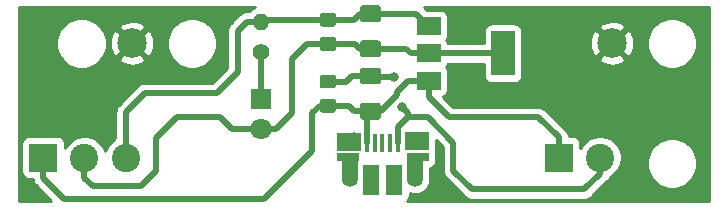
<source format=gbr>
G04 #@! TF.GenerationSoftware,KiCad,Pcbnew,5.1.5-52549c5~86~ubuntu18.04.1*
G04 #@! TF.CreationDate,2020-09-17T16:53:29-05:00*
G04 #@! TF.ProjectId,D02,4430322e-6b69-4636-9164-5f7063625858,rev?*
G04 #@! TF.SameCoordinates,Original*
G04 #@! TF.FileFunction,Copper,L1,Top*
G04 #@! TF.FilePolarity,Positive*
%FSLAX46Y46*%
G04 Gerber Fmt 4.6, Leading zero omitted, Abs format (unit mm)*
G04 Created by KiCad (PCBNEW 5.1.5-52549c5~86~ubuntu18.04.1) date 2020-09-17 16:53:29*
%MOMM*%
%LPD*%
G04 APERTURE LIST*
%ADD10R,2.000000X1.500000*%
%ADD11R,2.000000X3.800000*%
%ADD12O,1.400000X1.400000*%
%ADD13C,1.400000*%
%ADD14C,2.400000*%
%ADD15R,2.400000X2.400000*%
%ADD16C,1.800000*%
%ADD17R,1.800000X1.800000*%
%ADD18C,0.100000*%
%ADD19R,1.430000X2.500000*%
%ADD20O,1.350000X1.700000*%
%ADD21O,1.100000X1.500000*%
%ADD22R,0.400000X1.650000*%
%ADD23R,1.825000X0.700000*%
%ADD24R,1.350000X2.000000*%
%ADD25C,2.499360*%
%ADD26C,0.800000*%
%ADD27C,0.500000*%
%ADD28C,0.254000*%
G04 APERTURE END LIST*
D10*
X55397000Y-22363400D03*
X55397000Y-26963400D03*
X55397000Y-24663400D03*
D11*
X61697000Y-24663400D03*
D12*
X41173400Y-21960000D03*
D13*
X41173400Y-24500000D03*
D14*
X29758400Y-33477200D03*
X26258400Y-33477200D03*
D15*
X22758400Y-33477200D03*
D14*
X69895600Y-33477200D03*
D15*
X66395600Y-33477200D03*
D16*
X41173400Y-31040000D03*
D17*
X41173400Y-28500000D03*
G04 #@! TA.AperFunction,SMDPad,CuDef*
D18*
G36*
X47337505Y-21235804D02*
G01*
X47361773Y-21239404D01*
X47385572Y-21245365D01*
X47408671Y-21253630D01*
X47430850Y-21264120D01*
X47451893Y-21276732D01*
X47471599Y-21291347D01*
X47489777Y-21307823D01*
X47506253Y-21326001D01*
X47520868Y-21345707D01*
X47533480Y-21366750D01*
X47543970Y-21388929D01*
X47552235Y-21412028D01*
X47558196Y-21435827D01*
X47561796Y-21460095D01*
X47563000Y-21484599D01*
X47563000Y-22134601D01*
X47561796Y-22159105D01*
X47558196Y-22183373D01*
X47552235Y-22207172D01*
X47543970Y-22230271D01*
X47533480Y-22252450D01*
X47520868Y-22273493D01*
X47506253Y-22293199D01*
X47489777Y-22311377D01*
X47471599Y-22327853D01*
X47451893Y-22342468D01*
X47430850Y-22355080D01*
X47408671Y-22365570D01*
X47385572Y-22373835D01*
X47361773Y-22379796D01*
X47337505Y-22383396D01*
X47313001Y-22384600D01*
X46412999Y-22384600D01*
X46388495Y-22383396D01*
X46364227Y-22379796D01*
X46340428Y-22373835D01*
X46317329Y-22365570D01*
X46295150Y-22355080D01*
X46274107Y-22342468D01*
X46254401Y-22327853D01*
X46236223Y-22311377D01*
X46219747Y-22293199D01*
X46205132Y-22273493D01*
X46192520Y-22252450D01*
X46182030Y-22230271D01*
X46173765Y-22207172D01*
X46167804Y-22183373D01*
X46164204Y-22159105D01*
X46163000Y-22134601D01*
X46163000Y-21484599D01*
X46164204Y-21460095D01*
X46167804Y-21435827D01*
X46173765Y-21412028D01*
X46182030Y-21388929D01*
X46192520Y-21366750D01*
X46205132Y-21345707D01*
X46219747Y-21326001D01*
X46236223Y-21307823D01*
X46254401Y-21291347D01*
X46274107Y-21276732D01*
X46295150Y-21264120D01*
X46317329Y-21253630D01*
X46340428Y-21245365D01*
X46364227Y-21239404D01*
X46388495Y-21235804D01*
X46412999Y-21234600D01*
X47313001Y-21234600D01*
X47337505Y-21235804D01*
G37*
G04 #@! TD.AperFunction*
G04 #@! TA.AperFunction,SMDPad,CuDef*
G36*
X47337505Y-23285804D02*
G01*
X47361773Y-23289404D01*
X47385572Y-23295365D01*
X47408671Y-23303630D01*
X47430850Y-23314120D01*
X47451893Y-23326732D01*
X47471599Y-23341347D01*
X47489777Y-23357823D01*
X47506253Y-23376001D01*
X47520868Y-23395707D01*
X47533480Y-23416750D01*
X47543970Y-23438929D01*
X47552235Y-23462028D01*
X47558196Y-23485827D01*
X47561796Y-23510095D01*
X47563000Y-23534599D01*
X47563000Y-24184601D01*
X47561796Y-24209105D01*
X47558196Y-24233373D01*
X47552235Y-24257172D01*
X47543970Y-24280271D01*
X47533480Y-24302450D01*
X47520868Y-24323493D01*
X47506253Y-24343199D01*
X47489777Y-24361377D01*
X47471599Y-24377853D01*
X47451893Y-24392468D01*
X47430850Y-24405080D01*
X47408671Y-24415570D01*
X47385572Y-24423835D01*
X47361773Y-24429796D01*
X47337505Y-24433396D01*
X47313001Y-24434600D01*
X46412999Y-24434600D01*
X46388495Y-24433396D01*
X46364227Y-24429796D01*
X46340428Y-24423835D01*
X46317329Y-24415570D01*
X46295150Y-24405080D01*
X46274107Y-24392468D01*
X46254401Y-24377853D01*
X46236223Y-24361377D01*
X46219747Y-24343199D01*
X46205132Y-24323493D01*
X46192520Y-24302450D01*
X46182030Y-24280271D01*
X46173765Y-24257172D01*
X46167804Y-24233373D01*
X46164204Y-24209105D01*
X46163000Y-24184601D01*
X46163000Y-23534599D01*
X46164204Y-23510095D01*
X46167804Y-23485827D01*
X46173765Y-23462028D01*
X46182030Y-23438929D01*
X46192520Y-23416750D01*
X46205132Y-23395707D01*
X46219747Y-23376001D01*
X46236223Y-23357823D01*
X46254401Y-23341347D01*
X46274107Y-23326732D01*
X46295150Y-23314120D01*
X46317329Y-23303630D01*
X46340428Y-23295365D01*
X46364227Y-23289404D01*
X46388495Y-23285804D01*
X46412999Y-23284600D01*
X47313001Y-23284600D01*
X47337505Y-23285804D01*
G37*
G04 #@! TD.AperFunction*
G04 #@! TA.AperFunction,SMDPad,CuDef*
G36*
X51119304Y-20585004D02*
G01*
X51143573Y-20588604D01*
X51167371Y-20594565D01*
X51190471Y-20602830D01*
X51212649Y-20613320D01*
X51233693Y-20625933D01*
X51253398Y-20640547D01*
X51271577Y-20657023D01*
X51288053Y-20675202D01*
X51302667Y-20694907D01*
X51315280Y-20715951D01*
X51325770Y-20738129D01*
X51334035Y-20761229D01*
X51339996Y-20785027D01*
X51343596Y-20809296D01*
X51344800Y-20833800D01*
X51344800Y-21758800D01*
X51343596Y-21783304D01*
X51339996Y-21807573D01*
X51334035Y-21831371D01*
X51325770Y-21854471D01*
X51315280Y-21876649D01*
X51302667Y-21897693D01*
X51288053Y-21917398D01*
X51271577Y-21935577D01*
X51253398Y-21952053D01*
X51233693Y-21966667D01*
X51212649Y-21979280D01*
X51190471Y-21989770D01*
X51167371Y-21998035D01*
X51143573Y-22003996D01*
X51119304Y-22007596D01*
X51094800Y-22008800D01*
X49844800Y-22008800D01*
X49820296Y-22007596D01*
X49796027Y-22003996D01*
X49772229Y-21998035D01*
X49749129Y-21989770D01*
X49726951Y-21979280D01*
X49705907Y-21966667D01*
X49686202Y-21952053D01*
X49668023Y-21935577D01*
X49651547Y-21917398D01*
X49636933Y-21897693D01*
X49624320Y-21876649D01*
X49613830Y-21854471D01*
X49605565Y-21831371D01*
X49599604Y-21807573D01*
X49596004Y-21783304D01*
X49594800Y-21758800D01*
X49594800Y-20833800D01*
X49596004Y-20809296D01*
X49599604Y-20785027D01*
X49605565Y-20761229D01*
X49613830Y-20738129D01*
X49624320Y-20715951D01*
X49636933Y-20694907D01*
X49651547Y-20675202D01*
X49668023Y-20657023D01*
X49686202Y-20640547D01*
X49705907Y-20625933D01*
X49726951Y-20613320D01*
X49749129Y-20602830D01*
X49772229Y-20594565D01*
X49796027Y-20588604D01*
X49820296Y-20585004D01*
X49844800Y-20583800D01*
X51094800Y-20583800D01*
X51119304Y-20585004D01*
G37*
G04 #@! TD.AperFunction*
G04 #@! TA.AperFunction,SMDPad,CuDef*
G36*
X51119304Y-23560004D02*
G01*
X51143573Y-23563604D01*
X51167371Y-23569565D01*
X51190471Y-23577830D01*
X51212649Y-23588320D01*
X51233693Y-23600933D01*
X51253398Y-23615547D01*
X51271577Y-23632023D01*
X51288053Y-23650202D01*
X51302667Y-23669907D01*
X51315280Y-23690951D01*
X51325770Y-23713129D01*
X51334035Y-23736229D01*
X51339996Y-23760027D01*
X51343596Y-23784296D01*
X51344800Y-23808800D01*
X51344800Y-24733800D01*
X51343596Y-24758304D01*
X51339996Y-24782573D01*
X51334035Y-24806371D01*
X51325770Y-24829471D01*
X51315280Y-24851649D01*
X51302667Y-24872693D01*
X51288053Y-24892398D01*
X51271577Y-24910577D01*
X51253398Y-24927053D01*
X51233693Y-24941667D01*
X51212649Y-24954280D01*
X51190471Y-24964770D01*
X51167371Y-24973035D01*
X51143573Y-24978996D01*
X51119304Y-24982596D01*
X51094800Y-24983800D01*
X49844800Y-24983800D01*
X49820296Y-24982596D01*
X49796027Y-24978996D01*
X49772229Y-24973035D01*
X49749129Y-24964770D01*
X49726951Y-24954280D01*
X49705907Y-24941667D01*
X49686202Y-24927053D01*
X49668023Y-24910577D01*
X49651547Y-24892398D01*
X49636933Y-24872693D01*
X49624320Y-24851649D01*
X49613830Y-24829471D01*
X49605565Y-24806371D01*
X49599604Y-24782573D01*
X49596004Y-24758304D01*
X49594800Y-24733800D01*
X49594800Y-23808800D01*
X49596004Y-23784296D01*
X49599604Y-23760027D01*
X49605565Y-23736229D01*
X49613830Y-23713129D01*
X49624320Y-23690951D01*
X49636933Y-23669907D01*
X49651547Y-23650202D01*
X49668023Y-23632023D01*
X49686202Y-23615547D01*
X49705907Y-23600933D01*
X49726951Y-23588320D01*
X49749129Y-23577830D01*
X49772229Y-23569565D01*
X49796027Y-23563604D01*
X49820296Y-23560004D01*
X49844800Y-23558800D01*
X51094800Y-23558800D01*
X51119304Y-23560004D01*
G37*
G04 #@! TD.AperFunction*
G04 #@! TA.AperFunction,SMDPad,CuDef*
G36*
X51119304Y-25868204D02*
G01*
X51143573Y-25871804D01*
X51167371Y-25877765D01*
X51190471Y-25886030D01*
X51212649Y-25896520D01*
X51233693Y-25909133D01*
X51253398Y-25923747D01*
X51271577Y-25940223D01*
X51288053Y-25958402D01*
X51302667Y-25978107D01*
X51315280Y-25999151D01*
X51325770Y-26021329D01*
X51334035Y-26044429D01*
X51339996Y-26068227D01*
X51343596Y-26092496D01*
X51344800Y-26117000D01*
X51344800Y-27042000D01*
X51343596Y-27066504D01*
X51339996Y-27090773D01*
X51334035Y-27114571D01*
X51325770Y-27137671D01*
X51315280Y-27159849D01*
X51302667Y-27180893D01*
X51288053Y-27200598D01*
X51271577Y-27218777D01*
X51253398Y-27235253D01*
X51233693Y-27249867D01*
X51212649Y-27262480D01*
X51190471Y-27272970D01*
X51167371Y-27281235D01*
X51143573Y-27287196D01*
X51119304Y-27290796D01*
X51094800Y-27292000D01*
X49844800Y-27292000D01*
X49820296Y-27290796D01*
X49796027Y-27287196D01*
X49772229Y-27281235D01*
X49749129Y-27272970D01*
X49726951Y-27262480D01*
X49705907Y-27249867D01*
X49686202Y-27235253D01*
X49668023Y-27218777D01*
X49651547Y-27200598D01*
X49636933Y-27180893D01*
X49624320Y-27159849D01*
X49613830Y-27137671D01*
X49605565Y-27114571D01*
X49599604Y-27090773D01*
X49596004Y-27066504D01*
X49594800Y-27042000D01*
X49594800Y-26117000D01*
X49596004Y-26092496D01*
X49599604Y-26068227D01*
X49605565Y-26044429D01*
X49613830Y-26021329D01*
X49624320Y-25999151D01*
X49636933Y-25978107D01*
X49651547Y-25958402D01*
X49668023Y-25940223D01*
X49686202Y-25923747D01*
X49705907Y-25909133D01*
X49726951Y-25896520D01*
X49749129Y-25886030D01*
X49772229Y-25877765D01*
X49796027Y-25871804D01*
X49820296Y-25868204D01*
X49844800Y-25867000D01*
X51094800Y-25867000D01*
X51119304Y-25868204D01*
G37*
G04 #@! TD.AperFunction*
G04 #@! TA.AperFunction,SMDPad,CuDef*
G36*
X51119304Y-28843204D02*
G01*
X51143573Y-28846804D01*
X51167371Y-28852765D01*
X51190471Y-28861030D01*
X51212649Y-28871520D01*
X51233693Y-28884133D01*
X51253398Y-28898747D01*
X51271577Y-28915223D01*
X51288053Y-28933402D01*
X51302667Y-28953107D01*
X51315280Y-28974151D01*
X51325770Y-28996329D01*
X51334035Y-29019429D01*
X51339996Y-29043227D01*
X51343596Y-29067496D01*
X51344800Y-29092000D01*
X51344800Y-30017000D01*
X51343596Y-30041504D01*
X51339996Y-30065773D01*
X51334035Y-30089571D01*
X51325770Y-30112671D01*
X51315280Y-30134849D01*
X51302667Y-30155893D01*
X51288053Y-30175598D01*
X51271577Y-30193777D01*
X51253398Y-30210253D01*
X51233693Y-30224867D01*
X51212649Y-30237480D01*
X51190471Y-30247970D01*
X51167371Y-30256235D01*
X51143573Y-30262196D01*
X51119304Y-30265796D01*
X51094800Y-30267000D01*
X49844800Y-30267000D01*
X49820296Y-30265796D01*
X49796027Y-30262196D01*
X49772229Y-30256235D01*
X49749129Y-30247970D01*
X49726951Y-30237480D01*
X49705907Y-30224867D01*
X49686202Y-30210253D01*
X49668023Y-30193777D01*
X49651547Y-30175598D01*
X49636933Y-30155893D01*
X49624320Y-30134849D01*
X49613830Y-30112671D01*
X49605565Y-30089571D01*
X49599604Y-30065773D01*
X49596004Y-30041504D01*
X49594800Y-30017000D01*
X49594800Y-29092000D01*
X49596004Y-29067496D01*
X49599604Y-29043227D01*
X49605565Y-29019429D01*
X49613830Y-28996329D01*
X49624320Y-28974151D01*
X49636933Y-28953107D01*
X49651547Y-28933402D01*
X49668023Y-28915223D01*
X49686202Y-28898747D01*
X49705907Y-28884133D01*
X49726951Y-28871520D01*
X49749129Y-28861030D01*
X49772229Y-28852765D01*
X49796027Y-28846804D01*
X49820296Y-28843204D01*
X49844800Y-28842000D01*
X51094800Y-28842000D01*
X51119304Y-28843204D01*
G37*
G04 #@! TD.AperFunction*
G04 #@! TA.AperFunction,SMDPad,CuDef*
G36*
X47337505Y-26468204D02*
G01*
X47361773Y-26471804D01*
X47385572Y-26477765D01*
X47408671Y-26486030D01*
X47430850Y-26496520D01*
X47451893Y-26509132D01*
X47471599Y-26523747D01*
X47489777Y-26540223D01*
X47506253Y-26558401D01*
X47520868Y-26578107D01*
X47533480Y-26599150D01*
X47543970Y-26621329D01*
X47552235Y-26644428D01*
X47558196Y-26668227D01*
X47561796Y-26692495D01*
X47563000Y-26716999D01*
X47563000Y-27367001D01*
X47561796Y-27391505D01*
X47558196Y-27415773D01*
X47552235Y-27439572D01*
X47543970Y-27462671D01*
X47533480Y-27484850D01*
X47520868Y-27505893D01*
X47506253Y-27525599D01*
X47489777Y-27543777D01*
X47471599Y-27560253D01*
X47451893Y-27574868D01*
X47430850Y-27587480D01*
X47408671Y-27597970D01*
X47385572Y-27606235D01*
X47361773Y-27612196D01*
X47337505Y-27615796D01*
X47313001Y-27617000D01*
X46412999Y-27617000D01*
X46388495Y-27615796D01*
X46364227Y-27612196D01*
X46340428Y-27606235D01*
X46317329Y-27597970D01*
X46295150Y-27587480D01*
X46274107Y-27574868D01*
X46254401Y-27560253D01*
X46236223Y-27543777D01*
X46219747Y-27525599D01*
X46205132Y-27505893D01*
X46192520Y-27484850D01*
X46182030Y-27462671D01*
X46173765Y-27439572D01*
X46167804Y-27415773D01*
X46164204Y-27391505D01*
X46163000Y-27367001D01*
X46163000Y-26716999D01*
X46164204Y-26692495D01*
X46167804Y-26668227D01*
X46173765Y-26644428D01*
X46182030Y-26621329D01*
X46192520Y-26599150D01*
X46205132Y-26578107D01*
X46219747Y-26558401D01*
X46236223Y-26540223D01*
X46254401Y-26523747D01*
X46274107Y-26509132D01*
X46295150Y-26496520D01*
X46317329Y-26486030D01*
X46340428Y-26477765D01*
X46364227Y-26471804D01*
X46388495Y-26468204D01*
X46412999Y-26467000D01*
X47313001Y-26467000D01*
X47337505Y-26468204D01*
G37*
G04 #@! TD.AperFunction*
G04 #@! TA.AperFunction,SMDPad,CuDef*
G36*
X47337505Y-28518204D02*
G01*
X47361773Y-28521804D01*
X47385572Y-28527765D01*
X47408671Y-28536030D01*
X47430850Y-28546520D01*
X47451893Y-28559132D01*
X47471599Y-28573747D01*
X47489777Y-28590223D01*
X47506253Y-28608401D01*
X47520868Y-28628107D01*
X47533480Y-28649150D01*
X47543970Y-28671329D01*
X47552235Y-28694428D01*
X47558196Y-28718227D01*
X47561796Y-28742495D01*
X47563000Y-28766999D01*
X47563000Y-29417001D01*
X47561796Y-29441505D01*
X47558196Y-29465773D01*
X47552235Y-29489572D01*
X47543970Y-29512671D01*
X47533480Y-29534850D01*
X47520868Y-29555893D01*
X47506253Y-29575599D01*
X47489777Y-29593777D01*
X47471599Y-29610253D01*
X47451893Y-29624868D01*
X47430850Y-29637480D01*
X47408671Y-29647970D01*
X47385572Y-29656235D01*
X47361773Y-29662196D01*
X47337505Y-29665796D01*
X47313001Y-29667000D01*
X46412999Y-29667000D01*
X46388495Y-29665796D01*
X46364227Y-29662196D01*
X46340428Y-29656235D01*
X46317329Y-29647970D01*
X46295150Y-29637480D01*
X46274107Y-29624868D01*
X46254401Y-29610253D01*
X46236223Y-29593777D01*
X46219747Y-29575599D01*
X46205132Y-29555893D01*
X46192520Y-29534850D01*
X46182030Y-29512671D01*
X46173765Y-29489572D01*
X46167804Y-29465773D01*
X46164204Y-29441505D01*
X46163000Y-29417001D01*
X46163000Y-28766999D01*
X46164204Y-28742495D01*
X46167804Y-28718227D01*
X46173765Y-28694428D01*
X46182030Y-28671329D01*
X46192520Y-28649150D01*
X46205132Y-28628107D01*
X46219747Y-28608401D01*
X46236223Y-28590223D01*
X46254401Y-28573747D01*
X46274107Y-28559132D01*
X46295150Y-28546520D01*
X46317329Y-28536030D01*
X46340428Y-28527765D01*
X46364227Y-28521804D01*
X46388495Y-28518204D01*
X46412999Y-28517000D01*
X47313001Y-28517000D01*
X47337505Y-28518204D01*
G37*
G04 #@! TD.AperFunction*
D19*
X52446200Y-35370200D03*
X50526200Y-35370200D03*
D20*
X54216200Y-35100200D03*
X48756200Y-35100200D03*
D21*
X53906200Y-32100200D03*
X49066200Y-32100200D03*
D22*
X52786200Y-32220200D03*
X52136200Y-32220200D03*
X51486200Y-32220200D03*
X50836200Y-32220200D03*
X50186200Y-32220200D03*
D10*
X54386200Y-32100200D03*
X48636200Y-32120200D03*
D23*
X54486200Y-33420200D03*
X48536200Y-33420200D03*
D24*
X48756200Y-34170200D03*
X54236200Y-34170200D03*
D25*
X30280000Y-23810000D03*
X70920000Y-23810000D03*
D26*
X53136800Y-29210000D03*
X52451000Y-26644600D03*
D27*
X50469800Y-26579500D02*
X48883900Y-26579500D01*
X48421400Y-27042000D02*
X46863000Y-27042000D01*
X48883900Y-26579500D02*
X48421400Y-27042000D01*
X49081500Y-21809600D02*
X46863000Y-21809600D01*
X50469800Y-21296300D02*
X49594800Y-21296300D01*
X49594800Y-21296300D02*
X49081500Y-21809600D01*
X54329900Y-21296300D02*
X55397000Y-22363400D01*
X50469800Y-21296300D02*
X54329900Y-21296300D01*
X52786200Y-30895200D02*
X53607800Y-30073600D01*
X52786200Y-32220200D02*
X52786200Y-30895200D01*
X53607800Y-30073600D02*
X55346600Y-30073600D01*
X55346600Y-30073600D02*
X57480200Y-32207200D01*
X57480200Y-32207200D02*
X57480200Y-34594800D01*
X57480200Y-34594800D02*
X59055000Y-36169600D01*
X59055000Y-36169600D02*
X68580000Y-36169600D01*
X68580000Y-36169600D02*
X69900800Y-34848800D01*
X69900800Y-33482400D02*
X69895600Y-33477200D01*
X69900800Y-34848800D02*
X69900800Y-33482400D01*
X53607800Y-30073600D02*
X53607800Y-29681000D01*
X53607800Y-29681000D02*
X53136800Y-29210000D01*
X50534900Y-26644600D02*
X50469800Y-26579500D01*
X52451000Y-26644600D02*
X50534900Y-26644600D01*
X41323800Y-21809600D02*
X41173400Y-21960000D01*
X46863000Y-21809600D02*
X41323800Y-21809600D01*
X29758400Y-33477200D02*
X29758400Y-29652200D01*
X29758400Y-29652200D02*
X31394400Y-28016200D01*
X31394400Y-28016200D02*
X37439600Y-28016200D01*
X37439600Y-28016200D02*
X39217600Y-26238200D01*
X39217600Y-26238200D02*
X39217600Y-22733000D01*
X39990600Y-21960000D02*
X41173400Y-21960000D01*
X39217600Y-22733000D02*
X39990600Y-21960000D01*
X50186200Y-29838100D02*
X50469800Y-29554500D01*
X50186200Y-32220200D02*
X50186200Y-29838100D01*
X50469800Y-29554500D02*
X49112500Y-29554500D01*
X48650000Y-29092000D02*
X46863000Y-29092000D01*
X49112500Y-29554500D02*
X48650000Y-29092000D01*
X51344800Y-29554500D02*
X52705000Y-28194300D01*
X50469800Y-29554500D02*
X51344800Y-29554500D01*
X52705000Y-28194300D02*
X52705000Y-27914600D01*
X53656200Y-26963400D02*
X55397000Y-26963400D01*
X52705000Y-27914600D02*
X53656200Y-26963400D01*
X66395600Y-31777200D02*
X64692000Y-30073600D01*
X66395600Y-33477200D02*
X66395600Y-31777200D01*
X64692000Y-30073600D02*
X57124600Y-30073600D01*
X55397000Y-28346000D02*
X55397000Y-26963400D01*
X57124600Y-30073600D02*
X55397000Y-28346000D01*
X46163000Y-29092000D02*
X46863000Y-29092000D01*
X22758400Y-35177200D02*
X24563600Y-36982400D01*
X24563600Y-36982400D02*
X41478200Y-36982400D01*
X22758400Y-33477200D02*
X22758400Y-35177200D01*
X41478200Y-36982400D02*
X45542200Y-32918400D01*
X45542200Y-32918400D02*
X45542200Y-29712800D01*
X45542200Y-29712800D02*
X46163000Y-29092000D01*
X61697000Y-24663400D02*
X55397000Y-24663400D01*
X50887300Y-24663400D02*
X50495200Y-24271300D01*
X49594800Y-24271300D02*
X49174100Y-23850600D01*
X50469800Y-24271300D02*
X49594800Y-24271300D01*
X49165100Y-23859600D02*
X46863000Y-23859600D01*
X49174100Y-23850600D02*
X49165100Y-23859600D01*
X53504900Y-24271300D02*
X50469800Y-24271300D01*
X55397000Y-24663400D02*
X53897000Y-24663400D01*
X53897000Y-24663400D02*
X53504900Y-24271300D01*
X42446192Y-31040000D02*
X43815000Y-29671192D01*
X41173400Y-31040000D02*
X42446192Y-31040000D01*
X43815000Y-29671192D02*
X43815000Y-25171400D01*
X45126800Y-23859600D02*
X46863000Y-23859600D01*
X43815000Y-25171400D02*
X45126800Y-23859600D01*
X38710800Y-31040000D02*
X41173400Y-31040000D01*
X37719000Y-30048200D02*
X38710800Y-31040000D01*
X34061400Y-30048200D02*
X37719000Y-30048200D01*
X26258400Y-35174256D02*
X26999744Y-35915600D01*
X32283400Y-34645600D02*
X32283400Y-31826200D01*
X26999744Y-35915600D02*
X31013400Y-35915600D01*
X31013400Y-35915600D02*
X32283400Y-34645600D01*
X26258400Y-33477200D02*
X26258400Y-35174256D01*
X32283400Y-31826200D02*
X34061400Y-30048200D01*
X41173400Y-24500000D02*
X41173400Y-28500000D01*
D28*
G36*
X40541041Y-20776939D02*
G01*
X40322387Y-20923038D01*
X40170425Y-21075000D01*
X40034066Y-21075000D01*
X39990599Y-21070719D01*
X39947133Y-21075000D01*
X39947123Y-21075000D01*
X39817110Y-21087805D01*
X39650287Y-21138411D01*
X39496541Y-21220589D01*
X39496539Y-21220590D01*
X39496540Y-21220590D01*
X39395553Y-21303468D01*
X39395551Y-21303470D01*
X39361783Y-21331183D01*
X39334070Y-21364951D01*
X38622551Y-22076471D01*
X38588784Y-22104183D01*
X38561071Y-22137951D01*
X38561068Y-22137954D01*
X38478190Y-22238941D01*
X38396012Y-22392687D01*
X38345405Y-22559510D01*
X38328319Y-22733000D01*
X38332601Y-22776479D01*
X38332600Y-25871621D01*
X37073022Y-27131200D01*
X31437865Y-27131200D01*
X31394399Y-27126919D01*
X31350933Y-27131200D01*
X31350923Y-27131200D01*
X31220910Y-27144005D01*
X31054087Y-27194611D01*
X30900341Y-27276789D01*
X30900339Y-27276790D01*
X30900340Y-27276790D01*
X30799353Y-27359668D01*
X30799351Y-27359670D01*
X30765583Y-27387383D01*
X30737870Y-27421151D01*
X29163351Y-28995671D01*
X29129584Y-29023383D01*
X29101871Y-29057151D01*
X29101868Y-29057154D01*
X29018990Y-29158141D01*
X28936812Y-29311887D01*
X28886205Y-29478710D01*
X28869119Y-29652200D01*
X28873401Y-29695679D01*
X28873400Y-31861602D01*
X28588656Y-32051862D01*
X28333062Y-32307456D01*
X28132244Y-32608001D01*
X28008400Y-32906987D01*
X27884556Y-32608001D01*
X27683738Y-32307456D01*
X27428144Y-32051862D01*
X27127599Y-31851044D01*
X26793650Y-31712718D01*
X26439132Y-31642200D01*
X26077668Y-31642200D01*
X25723150Y-31712718D01*
X25389201Y-31851044D01*
X25088656Y-32051862D01*
X24833062Y-32307456D01*
X24632244Y-32608001D01*
X24596472Y-32694362D01*
X24596472Y-32277200D01*
X24584212Y-32152718D01*
X24547902Y-32033020D01*
X24488937Y-31922706D01*
X24409585Y-31826015D01*
X24312894Y-31746663D01*
X24202580Y-31687698D01*
X24082882Y-31651388D01*
X23958400Y-31639128D01*
X21558400Y-31639128D01*
X21433918Y-31651388D01*
X21314220Y-31687698D01*
X21203906Y-31746663D01*
X21107215Y-31826015D01*
X21027863Y-31922706D01*
X20968898Y-32033020D01*
X20932588Y-32152718D01*
X20920328Y-32277200D01*
X20920328Y-34677200D01*
X20932588Y-34801682D01*
X20968898Y-34921380D01*
X21027863Y-35031694D01*
X21107215Y-35128385D01*
X21203906Y-35207737D01*
X21314220Y-35266702D01*
X21433918Y-35303012D01*
X21558400Y-35315272D01*
X21882717Y-35315272D01*
X21886205Y-35350690D01*
X21936812Y-35517513D01*
X22018990Y-35671259D01*
X22101868Y-35772246D01*
X22101871Y-35772249D01*
X22129584Y-35806017D01*
X22163351Y-35833729D01*
X23449621Y-37120000D01*
X20701000Y-37120000D01*
X20701000Y-23599721D01*
X23865000Y-23599721D01*
X23865000Y-24020279D01*
X23947047Y-24432756D01*
X24107988Y-24821302D01*
X24341637Y-25170983D01*
X24639017Y-25468363D01*
X24988698Y-25702012D01*
X25377244Y-25862953D01*
X25789721Y-25945000D01*
X26210279Y-25945000D01*
X26622756Y-25862953D01*
X27011302Y-25702012D01*
X27360983Y-25468363D01*
X27658363Y-25170983D01*
X27690172Y-25123377D01*
X29146229Y-25123377D01*
X29272104Y-25413315D01*
X29604262Y-25579139D01*
X29962387Y-25676975D01*
X30332719Y-25703065D01*
X30701025Y-25656405D01*
X31053151Y-25538789D01*
X31287896Y-25413315D01*
X31413771Y-25123377D01*
X30280000Y-23989605D01*
X29146229Y-25123377D01*
X27690172Y-25123377D01*
X27892012Y-24821302D01*
X28052953Y-24432756D01*
X28135000Y-24020279D01*
X28135000Y-23862719D01*
X28386935Y-23862719D01*
X28433595Y-24231025D01*
X28551211Y-24583151D01*
X28676685Y-24817896D01*
X28966623Y-24943771D01*
X30100395Y-23810000D01*
X30459605Y-23810000D01*
X31593377Y-24943771D01*
X31883315Y-24817896D01*
X32049139Y-24485738D01*
X32146975Y-24127613D01*
X32173065Y-23757281D01*
X32153105Y-23599721D01*
X33225000Y-23599721D01*
X33225000Y-24020279D01*
X33307047Y-24432756D01*
X33467988Y-24821302D01*
X33701637Y-25170983D01*
X33999017Y-25468363D01*
X34348698Y-25702012D01*
X34737244Y-25862953D01*
X35149721Y-25945000D01*
X35570279Y-25945000D01*
X35982756Y-25862953D01*
X36371302Y-25702012D01*
X36720983Y-25468363D01*
X37018363Y-25170983D01*
X37252012Y-24821302D01*
X37412953Y-24432756D01*
X37495000Y-24020279D01*
X37495000Y-23599721D01*
X37412953Y-23187244D01*
X37252012Y-22798698D01*
X37018363Y-22449017D01*
X36720983Y-22151637D01*
X36371302Y-21917988D01*
X35982756Y-21757047D01*
X35570279Y-21675000D01*
X35149721Y-21675000D01*
X34737244Y-21757047D01*
X34348698Y-21917988D01*
X33999017Y-22151637D01*
X33701637Y-22449017D01*
X33467988Y-22798698D01*
X33307047Y-23187244D01*
X33225000Y-23599721D01*
X32153105Y-23599721D01*
X32126405Y-23388975D01*
X32008789Y-23036849D01*
X31883315Y-22802104D01*
X31593377Y-22676229D01*
X30459605Y-23810000D01*
X30100395Y-23810000D01*
X28966623Y-22676229D01*
X28676685Y-22802104D01*
X28510861Y-23134262D01*
X28413025Y-23492387D01*
X28386935Y-23862719D01*
X28135000Y-23862719D01*
X28135000Y-23599721D01*
X28052953Y-23187244D01*
X27892012Y-22798698D01*
X27690173Y-22496623D01*
X29146229Y-22496623D01*
X30280000Y-23630395D01*
X31413771Y-22496623D01*
X31287896Y-22206685D01*
X30955738Y-22040861D01*
X30597613Y-21943025D01*
X30227281Y-21916935D01*
X29858975Y-21963595D01*
X29506849Y-22081211D01*
X29272104Y-22206685D01*
X29146229Y-22496623D01*
X27690173Y-22496623D01*
X27658363Y-22449017D01*
X27360983Y-22151637D01*
X27011302Y-21917988D01*
X26622756Y-21757047D01*
X26210279Y-21675000D01*
X25789721Y-21675000D01*
X25377244Y-21757047D01*
X24988698Y-21917988D01*
X24639017Y-22151637D01*
X24341637Y-22449017D01*
X24107988Y-22798698D01*
X23947047Y-23187244D01*
X23865000Y-23599721D01*
X20701000Y-23599721D01*
X20701000Y-20726345D01*
X40684061Y-20717698D01*
X40541041Y-20776939D01*
G37*
X40541041Y-20776939D02*
X40322387Y-20923038D01*
X40170425Y-21075000D01*
X40034066Y-21075000D01*
X39990599Y-21070719D01*
X39947133Y-21075000D01*
X39947123Y-21075000D01*
X39817110Y-21087805D01*
X39650287Y-21138411D01*
X39496541Y-21220589D01*
X39496539Y-21220590D01*
X39496540Y-21220590D01*
X39395553Y-21303468D01*
X39395551Y-21303470D01*
X39361783Y-21331183D01*
X39334070Y-21364951D01*
X38622551Y-22076471D01*
X38588784Y-22104183D01*
X38561071Y-22137951D01*
X38561068Y-22137954D01*
X38478190Y-22238941D01*
X38396012Y-22392687D01*
X38345405Y-22559510D01*
X38328319Y-22733000D01*
X38332601Y-22776479D01*
X38332600Y-25871621D01*
X37073022Y-27131200D01*
X31437865Y-27131200D01*
X31394399Y-27126919D01*
X31350933Y-27131200D01*
X31350923Y-27131200D01*
X31220910Y-27144005D01*
X31054087Y-27194611D01*
X30900341Y-27276789D01*
X30900339Y-27276790D01*
X30900340Y-27276790D01*
X30799353Y-27359668D01*
X30799351Y-27359670D01*
X30765583Y-27387383D01*
X30737870Y-27421151D01*
X29163351Y-28995671D01*
X29129584Y-29023383D01*
X29101871Y-29057151D01*
X29101868Y-29057154D01*
X29018990Y-29158141D01*
X28936812Y-29311887D01*
X28886205Y-29478710D01*
X28869119Y-29652200D01*
X28873401Y-29695679D01*
X28873400Y-31861602D01*
X28588656Y-32051862D01*
X28333062Y-32307456D01*
X28132244Y-32608001D01*
X28008400Y-32906987D01*
X27884556Y-32608001D01*
X27683738Y-32307456D01*
X27428144Y-32051862D01*
X27127599Y-31851044D01*
X26793650Y-31712718D01*
X26439132Y-31642200D01*
X26077668Y-31642200D01*
X25723150Y-31712718D01*
X25389201Y-31851044D01*
X25088656Y-32051862D01*
X24833062Y-32307456D01*
X24632244Y-32608001D01*
X24596472Y-32694362D01*
X24596472Y-32277200D01*
X24584212Y-32152718D01*
X24547902Y-32033020D01*
X24488937Y-31922706D01*
X24409585Y-31826015D01*
X24312894Y-31746663D01*
X24202580Y-31687698D01*
X24082882Y-31651388D01*
X23958400Y-31639128D01*
X21558400Y-31639128D01*
X21433918Y-31651388D01*
X21314220Y-31687698D01*
X21203906Y-31746663D01*
X21107215Y-31826015D01*
X21027863Y-31922706D01*
X20968898Y-32033020D01*
X20932588Y-32152718D01*
X20920328Y-32277200D01*
X20920328Y-34677200D01*
X20932588Y-34801682D01*
X20968898Y-34921380D01*
X21027863Y-35031694D01*
X21107215Y-35128385D01*
X21203906Y-35207737D01*
X21314220Y-35266702D01*
X21433918Y-35303012D01*
X21558400Y-35315272D01*
X21882717Y-35315272D01*
X21886205Y-35350690D01*
X21936812Y-35517513D01*
X22018990Y-35671259D01*
X22101868Y-35772246D01*
X22101871Y-35772249D01*
X22129584Y-35806017D01*
X22163351Y-35833729D01*
X23449621Y-37120000D01*
X20701000Y-37120000D01*
X20701000Y-23599721D01*
X23865000Y-23599721D01*
X23865000Y-24020279D01*
X23947047Y-24432756D01*
X24107988Y-24821302D01*
X24341637Y-25170983D01*
X24639017Y-25468363D01*
X24988698Y-25702012D01*
X25377244Y-25862953D01*
X25789721Y-25945000D01*
X26210279Y-25945000D01*
X26622756Y-25862953D01*
X27011302Y-25702012D01*
X27360983Y-25468363D01*
X27658363Y-25170983D01*
X27690172Y-25123377D01*
X29146229Y-25123377D01*
X29272104Y-25413315D01*
X29604262Y-25579139D01*
X29962387Y-25676975D01*
X30332719Y-25703065D01*
X30701025Y-25656405D01*
X31053151Y-25538789D01*
X31287896Y-25413315D01*
X31413771Y-25123377D01*
X30280000Y-23989605D01*
X29146229Y-25123377D01*
X27690172Y-25123377D01*
X27892012Y-24821302D01*
X28052953Y-24432756D01*
X28135000Y-24020279D01*
X28135000Y-23862719D01*
X28386935Y-23862719D01*
X28433595Y-24231025D01*
X28551211Y-24583151D01*
X28676685Y-24817896D01*
X28966623Y-24943771D01*
X30100395Y-23810000D01*
X30459605Y-23810000D01*
X31593377Y-24943771D01*
X31883315Y-24817896D01*
X32049139Y-24485738D01*
X32146975Y-24127613D01*
X32173065Y-23757281D01*
X32153105Y-23599721D01*
X33225000Y-23599721D01*
X33225000Y-24020279D01*
X33307047Y-24432756D01*
X33467988Y-24821302D01*
X33701637Y-25170983D01*
X33999017Y-25468363D01*
X34348698Y-25702012D01*
X34737244Y-25862953D01*
X35149721Y-25945000D01*
X35570279Y-25945000D01*
X35982756Y-25862953D01*
X36371302Y-25702012D01*
X36720983Y-25468363D01*
X37018363Y-25170983D01*
X37252012Y-24821302D01*
X37412953Y-24432756D01*
X37495000Y-24020279D01*
X37495000Y-23599721D01*
X37412953Y-23187244D01*
X37252012Y-22798698D01*
X37018363Y-22449017D01*
X36720983Y-22151637D01*
X36371302Y-21917988D01*
X35982756Y-21757047D01*
X35570279Y-21675000D01*
X35149721Y-21675000D01*
X34737244Y-21757047D01*
X34348698Y-21917988D01*
X33999017Y-22151637D01*
X33701637Y-22449017D01*
X33467988Y-22798698D01*
X33307047Y-23187244D01*
X33225000Y-23599721D01*
X32153105Y-23599721D01*
X32126405Y-23388975D01*
X32008789Y-23036849D01*
X31883315Y-22802104D01*
X31593377Y-22676229D01*
X30459605Y-23810000D01*
X30100395Y-23810000D01*
X28966623Y-22676229D01*
X28676685Y-22802104D01*
X28510861Y-23134262D01*
X28413025Y-23492387D01*
X28386935Y-23862719D01*
X28135000Y-23862719D01*
X28135000Y-23599721D01*
X28052953Y-23187244D01*
X27892012Y-22798698D01*
X27690173Y-22496623D01*
X29146229Y-22496623D01*
X30280000Y-23630395D01*
X31413771Y-22496623D01*
X31287896Y-22206685D01*
X30955738Y-22040861D01*
X30597613Y-21943025D01*
X30227281Y-21916935D01*
X29858975Y-21963595D01*
X29506849Y-22081211D01*
X29272104Y-22206685D01*
X29146229Y-22496623D01*
X27690173Y-22496623D01*
X27658363Y-22449017D01*
X27360983Y-22151637D01*
X27011302Y-21917988D01*
X26622756Y-21757047D01*
X26210279Y-21675000D01*
X25789721Y-21675000D01*
X25377244Y-21757047D01*
X24988698Y-21917988D01*
X24639017Y-22151637D01*
X24341637Y-22449017D01*
X24107988Y-22798698D01*
X23947047Y-23187244D01*
X23865000Y-23599721D01*
X20701000Y-23599721D01*
X20701000Y-20726345D01*
X40684061Y-20717698D01*
X40541041Y-20776939D01*
G36*
X79121292Y-37120000D02*
G01*
X53553147Y-37120000D01*
X53612385Y-37071385D01*
X53691737Y-36974694D01*
X53750702Y-36864380D01*
X53787012Y-36744682D01*
X53799272Y-36620200D01*
X53799272Y-36517672D01*
X53959396Y-36566245D01*
X54216200Y-36591538D01*
X54473005Y-36566245D01*
X54719941Y-36491338D01*
X54947518Y-36369695D01*
X55146992Y-36205992D01*
X55310695Y-36006518D01*
X55432338Y-35778940D01*
X55507245Y-35532004D01*
X55526200Y-35339550D01*
X55526200Y-35330324D01*
X55537012Y-35294682D01*
X55549272Y-35170200D01*
X55549272Y-34388098D01*
X55642880Y-34359702D01*
X55753194Y-34300737D01*
X55849885Y-34221385D01*
X55929237Y-34124694D01*
X55988202Y-34014380D01*
X56024512Y-33894682D01*
X56036772Y-33770200D01*
X56036772Y-33070200D01*
X56024512Y-32945718D01*
X56017229Y-32921710D01*
X56024272Y-32850200D01*
X56024272Y-32002851D01*
X56595200Y-32573779D01*
X56595201Y-34551321D01*
X56590919Y-34594800D01*
X56608005Y-34768290D01*
X56658612Y-34935113D01*
X56740790Y-35088859D01*
X56823668Y-35189846D01*
X56823671Y-35189849D01*
X56851384Y-35223617D01*
X56885151Y-35251329D01*
X58398470Y-36764649D01*
X58426183Y-36798417D01*
X58459951Y-36826130D01*
X58459953Y-36826132D01*
X58560941Y-36909011D01*
X58714686Y-36991189D01*
X58881510Y-37041795D01*
X59011523Y-37054600D01*
X59011531Y-37054600D01*
X59055000Y-37058881D01*
X59098469Y-37054600D01*
X68536531Y-37054600D01*
X68580000Y-37058881D01*
X68623469Y-37054600D01*
X68623477Y-37054600D01*
X68753490Y-37041795D01*
X68920313Y-36991189D01*
X69074059Y-36909011D01*
X69208817Y-36798417D01*
X69236534Y-36764644D01*
X70495850Y-35505329D01*
X70529617Y-35477617D01*
X70568541Y-35430189D01*
X70640210Y-35342860D01*
X70640211Y-35342859D01*
X70722389Y-35189113D01*
X70746047Y-35111123D01*
X70764799Y-35103356D01*
X71065344Y-34902538D01*
X71320938Y-34646944D01*
X71521756Y-34346399D01*
X71660082Y-34012450D01*
X71710352Y-33759721D01*
X73865000Y-33759721D01*
X73865000Y-34180279D01*
X73947047Y-34592756D01*
X74107988Y-34981302D01*
X74341637Y-35330983D01*
X74639017Y-35628363D01*
X74988698Y-35862012D01*
X75377244Y-36022953D01*
X75789721Y-36105000D01*
X76210279Y-36105000D01*
X76622756Y-36022953D01*
X77011302Y-35862012D01*
X77360983Y-35628363D01*
X77658363Y-35330983D01*
X77892012Y-34981302D01*
X78052953Y-34592756D01*
X78135000Y-34180279D01*
X78135000Y-33759721D01*
X78052953Y-33347244D01*
X77892012Y-32958698D01*
X77658363Y-32609017D01*
X77360983Y-32311637D01*
X77011302Y-32077988D01*
X76622756Y-31917047D01*
X76210279Y-31835000D01*
X75789721Y-31835000D01*
X75377244Y-31917047D01*
X74988698Y-32077988D01*
X74639017Y-32311637D01*
X74341637Y-32609017D01*
X74107988Y-32958698D01*
X73947047Y-33347244D01*
X73865000Y-33759721D01*
X71710352Y-33759721D01*
X71730600Y-33657932D01*
X71730600Y-33296468D01*
X71660082Y-32941950D01*
X71521756Y-32608001D01*
X71320938Y-32307456D01*
X71065344Y-32051862D01*
X70764799Y-31851044D01*
X70430850Y-31712718D01*
X70076332Y-31642200D01*
X69714868Y-31642200D01*
X69360350Y-31712718D01*
X69026401Y-31851044D01*
X68725856Y-32051862D01*
X68470262Y-32307456D01*
X68269444Y-32608001D01*
X68233672Y-32694362D01*
X68233672Y-32277200D01*
X68221412Y-32152718D01*
X68185102Y-32033020D01*
X68126137Y-31922706D01*
X68046785Y-31826015D01*
X67950094Y-31746663D01*
X67839780Y-31687698D01*
X67720082Y-31651388D01*
X67595600Y-31639128D01*
X67271283Y-31639128D01*
X67267795Y-31603710D01*
X67217189Y-31436887D01*
X67135011Y-31283141D01*
X67110810Y-31253652D01*
X67052132Y-31182153D01*
X67052130Y-31182151D01*
X67024417Y-31148383D01*
X66990649Y-31120670D01*
X65348534Y-29478556D01*
X65320817Y-29444783D01*
X65186059Y-29334189D01*
X65032313Y-29252011D01*
X64865490Y-29201405D01*
X64735477Y-29188600D01*
X64735469Y-29188600D01*
X64692000Y-29184319D01*
X64648531Y-29188600D01*
X57491179Y-29188600D01*
X56613789Y-28311211D01*
X56641180Y-28302902D01*
X56751494Y-28243937D01*
X56848185Y-28164585D01*
X56927537Y-28067894D01*
X56986502Y-27957580D01*
X57022812Y-27837882D01*
X57035072Y-27713400D01*
X57035072Y-26213400D01*
X57022812Y-26088918D01*
X56986502Y-25969220D01*
X56927537Y-25858906D01*
X56890191Y-25813400D01*
X56927537Y-25767894D01*
X56986502Y-25657580D01*
X57019621Y-25548400D01*
X60058928Y-25548400D01*
X60058928Y-26563400D01*
X60071188Y-26687882D01*
X60107498Y-26807580D01*
X60166463Y-26917894D01*
X60245815Y-27014585D01*
X60342506Y-27093937D01*
X60452820Y-27152902D01*
X60572518Y-27189212D01*
X60697000Y-27201472D01*
X62697000Y-27201472D01*
X62821482Y-27189212D01*
X62941180Y-27152902D01*
X63051494Y-27093937D01*
X63148185Y-27014585D01*
X63227537Y-26917894D01*
X63286502Y-26807580D01*
X63322812Y-26687882D01*
X63335072Y-26563400D01*
X63335072Y-25123377D01*
X69786229Y-25123377D01*
X69912104Y-25413315D01*
X70244262Y-25579139D01*
X70602387Y-25676975D01*
X70972719Y-25703065D01*
X71341025Y-25656405D01*
X71693151Y-25538789D01*
X71927896Y-25413315D01*
X72053771Y-25123377D01*
X70920000Y-23989605D01*
X69786229Y-25123377D01*
X63335072Y-25123377D01*
X63335072Y-23862719D01*
X69026935Y-23862719D01*
X69073595Y-24231025D01*
X69191211Y-24583151D01*
X69316685Y-24817896D01*
X69606623Y-24943771D01*
X70740395Y-23810000D01*
X71099605Y-23810000D01*
X72233377Y-24943771D01*
X72523315Y-24817896D01*
X72689139Y-24485738D01*
X72786975Y-24127613D01*
X72813065Y-23757281D01*
X72793105Y-23599721D01*
X73865000Y-23599721D01*
X73865000Y-24020279D01*
X73947047Y-24432756D01*
X74107988Y-24821302D01*
X74341637Y-25170983D01*
X74639017Y-25468363D01*
X74988698Y-25702012D01*
X75377244Y-25862953D01*
X75789721Y-25945000D01*
X76210279Y-25945000D01*
X76622756Y-25862953D01*
X77011302Y-25702012D01*
X77360983Y-25468363D01*
X77658363Y-25170983D01*
X77892012Y-24821302D01*
X78052953Y-24432756D01*
X78135000Y-24020279D01*
X78135000Y-23599721D01*
X78052953Y-23187244D01*
X77892012Y-22798698D01*
X77658363Y-22449017D01*
X77360983Y-22151637D01*
X77011302Y-21917988D01*
X76622756Y-21757047D01*
X76210279Y-21675000D01*
X75789721Y-21675000D01*
X75377244Y-21757047D01*
X74988698Y-21917988D01*
X74639017Y-22151637D01*
X74341637Y-22449017D01*
X74107988Y-22798698D01*
X73947047Y-23187244D01*
X73865000Y-23599721D01*
X72793105Y-23599721D01*
X72766405Y-23388975D01*
X72648789Y-23036849D01*
X72523315Y-22802104D01*
X72233377Y-22676229D01*
X71099605Y-23810000D01*
X70740395Y-23810000D01*
X69606623Y-22676229D01*
X69316685Y-22802104D01*
X69150861Y-23134262D01*
X69053025Y-23492387D01*
X69026935Y-23862719D01*
X63335072Y-23862719D01*
X63335072Y-22763400D01*
X63322812Y-22638918D01*
X63286502Y-22519220D01*
X63274424Y-22496623D01*
X69786229Y-22496623D01*
X70920000Y-23630395D01*
X72053771Y-22496623D01*
X71927896Y-22206685D01*
X71595738Y-22040861D01*
X71237613Y-21943025D01*
X70867281Y-21916935D01*
X70498975Y-21963595D01*
X70146849Y-22081211D01*
X69912104Y-22206685D01*
X69786229Y-22496623D01*
X63274424Y-22496623D01*
X63227537Y-22408906D01*
X63148185Y-22312215D01*
X63051494Y-22232863D01*
X62941180Y-22173898D01*
X62821482Y-22137588D01*
X62697000Y-22125328D01*
X60697000Y-22125328D01*
X60572518Y-22137588D01*
X60452820Y-22173898D01*
X60342506Y-22232863D01*
X60245815Y-22312215D01*
X60166463Y-22408906D01*
X60107498Y-22519220D01*
X60071188Y-22638918D01*
X60058928Y-22763400D01*
X60058928Y-23778400D01*
X57019621Y-23778400D01*
X56986502Y-23669220D01*
X56927537Y-23558906D01*
X56890191Y-23513400D01*
X56927537Y-23467894D01*
X56986502Y-23357580D01*
X57022812Y-23237882D01*
X57035072Y-23113400D01*
X57035072Y-21613400D01*
X57022812Y-21488918D01*
X56986502Y-21369220D01*
X56927537Y-21258906D01*
X56848185Y-21162215D01*
X56751494Y-21082863D01*
X56641180Y-21023898D01*
X56521482Y-20987588D01*
X56397000Y-20975328D01*
X55260506Y-20975328D01*
X54996683Y-20711505D01*
X79146207Y-20701055D01*
X79121292Y-37120000D01*
G37*
X79121292Y-37120000D02*
X53553147Y-37120000D01*
X53612385Y-37071385D01*
X53691737Y-36974694D01*
X53750702Y-36864380D01*
X53787012Y-36744682D01*
X53799272Y-36620200D01*
X53799272Y-36517672D01*
X53959396Y-36566245D01*
X54216200Y-36591538D01*
X54473005Y-36566245D01*
X54719941Y-36491338D01*
X54947518Y-36369695D01*
X55146992Y-36205992D01*
X55310695Y-36006518D01*
X55432338Y-35778940D01*
X55507245Y-35532004D01*
X55526200Y-35339550D01*
X55526200Y-35330324D01*
X55537012Y-35294682D01*
X55549272Y-35170200D01*
X55549272Y-34388098D01*
X55642880Y-34359702D01*
X55753194Y-34300737D01*
X55849885Y-34221385D01*
X55929237Y-34124694D01*
X55988202Y-34014380D01*
X56024512Y-33894682D01*
X56036772Y-33770200D01*
X56036772Y-33070200D01*
X56024512Y-32945718D01*
X56017229Y-32921710D01*
X56024272Y-32850200D01*
X56024272Y-32002851D01*
X56595200Y-32573779D01*
X56595201Y-34551321D01*
X56590919Y-34594800D01*
X56608005Y-34768290D01*
X56658612Y-34935113D01*
X56740790Y-35088859D01*
X56823668Y-35189846D01*
X56823671Y-35189849D01*
X56851384Y-35223617D01*
X56885151Y-35251329D01*
X58398470Y-36764649D01*
X58426183Y-36798417D01*
X58459951Y-36826130D01*
X58459953Y-36826132D01*
X58560941Y-36909011D01*
X58714686Y-36991189D01*
X58881510Y-37041795D01*
X59011523Y-37054600D01*
X59011531Y-37054600D01*
X59055000Y-37058881D01*
X59098469Y-37054600D01*
X68536531Y-37054600D01*
X68580000Y-37058881D01*
X68623469Y-37054600D01*
X68623477Y-37054600D01*
X68753490Y-37041795D01*
X68920313Y-36991189D01*
X69074059Y-36909011D01*
X69208817Y-36798417D01*
X69236534Y-36764644D01*
X70495850Y-35505329D01*
X70529617Y-35477617D01*
X70568541Y-35430189D01*
X70640210Y-35342860D01*
X70640211Y-35342859D01*
X70722389Y-35189113D01*
X70746047Y-35111123D01*
X70764799Y-35103356D01*
X71065344Y-34902538D01*
X71320938Y-34646944D01*
X71521756Y-34346399D01*
X71660082Y-34012450D01*
X71710352Y-33759721D01*
X73865000Y-33759721D01*
X73865000Y-34180279D01*
X73947047Y-34592756D01*
X74107988Y-34981302D01*
X74341637Y-35330983D01*
X74639017Y-35628363D01*
X74988698Y-35862012D01*
X75377244Y-36022953D01*
X75789721Y-36105000D01*
X76210279Y-36105000D01*
X76622756Y-36022953D01*
X77011302Y-35862012D01*
X77360983Y-35628363D01*
X77658363Y-35330983D01*
X77892012Y-34981302D01*
X78052953Y-34592756D01*
X78135000Y-34180279D01*
X78135000Y-33759721D01*
X78052953Y-33347244D01*
X77892012Y-32958698D01*
X77658363Y-32609017D01*
X77360983Y-32311637D01*
X77011302Y-32077988D01*
X76622756Y-31917047D01*
X76210279Y-31835000D01*
X75789721Y-31835000D01*
X75377244Y-31917047D01*
X74988698Y-32077988D01*
X74639017Y-32311637D01*
X74341637Y-32609017D01*
X74107988Y-32958698D01*
X73947047Y-33347244D01*
X73865000Y-33759721D01*
X71710352Y-33759721D01*
X71730600Y-33657932D01*
X71730600Y-33296468D01*
X71660082Y-32941950D01*
X71521756Y-32608001D01*
X71320938Y-32307456D01*
X71065344Y-32051862D01*
X70764799Y-31851044D01*
X70430850Y-31712718D01*
X70076332Y-31642200D01*
X69714868Y-31642200D01*
X69360350Y-31712718D01*
X69026401Y-31851044D01*
X68725856Y-32051862D01*
X68470262Y-32307456D01*
X68269444Y-32608001D01*
X68233672Y-32694362D01*
X68233672Y-32277200D01*
X68221412Y-32152718D01*
X68185102Y-32033020D01*
X68126137Y-31922706D01*
X68046785Y-31826015D01*
X67950094Y-31746663D01*
X67839780Y-31687698D01*
X67720082Y-31651388D01*
X67595600Y-31639128D01*
X67271283Y-31639128D01*
X67267795Y-31603710D01*
X67217189Y-31436887D01*
X67135011Y-31283141D01*
X67110810Y-31253652D01*
X67052132Y-31182153D01*
X67052130Y-31182151D01*
X67024417Y-31148383D01*
X66990649Y-31120670D01*
X65348534Y-29478556D01*
X65320817Y-29444783D01*
X65186059Y-29334189D01*
X65032313Y-29252011D01*
X64865490Y-29201405D01*
X64735477Y-29188600D01*
X64735469Y-29188600D01*
X64692000Y-29184319D01*
X64648531Y-29188600D01*
X57491179Y-29188600D01*
X56613789Y-28311211D01*
X56641180Y-28302902D01*
X56751494Y-28243937D01*
X56848185Y-28164585D01*
X56927537Y-28067894D01*
X56986502Y-27957580D01*
X57022812Y-27837882D01*
X57035072Y-27713400D01*
X57035072Y-26213400D01*
X57022812Y-26088918D01*
X56986502Y-25969220D01*
X56927537Y-25858906D01*
X56890191Y-25813400D01*
X56927537Y-25767894D01*
X56986502Y-25657580D01*
X57019621Y-25548400D01*
X60058928Y-25548400D01*
X60058928Y-26563400D01*
X60071188Y-26687882D01*
X60107498Y-26807580D01*
X60166463Y-26917894D01*
X60245815Y-27014585D01*
X60342506Y-27093937D01*
X60452820Y-27152902D01*
X60572518Y-27189212D01*
X60697000Y-27201472D01*
X62697000Y-27201472D01*
X62821482Y-27189212D01*
X62941180Y-27152902D01*
X63051494Y-27093937D01*
X63148185Y-27014585D01*
X63227537Y-26917894D01*
X63286502Y-26807580D01*
X63322812Y-26687882D01*
X63335072Y-26563400D01*
X63335072Y-25123377D01*
X69786229Y-25123377D01*
X69912104Y-25413315D01*
X70244262Y-25579139D01*
X70602387Y-25676975D01*
X70972719Y-25703065D01*
X71341025Y-25656405D01*
X71693151Y-25538789D01*
X71927896Y-25413315D01*
X72053771Y-25123377D01*
X70920000Y-23989605D01*
X69786229Y-25123377D01*
X63335072Y-25123377D01*
X63335072Y-23862719D01*
X69026935Y-23862719D01*
X69073595Y-24231025D01*
X69191211Y-24583151D01*
X69316685Y-24817896D01*
X69606623Y-24943771D01*
X70740395Y-23810000D01*
X71099605Y-23810000D01*
X72233377Y-24943771D01*
X72523315Y-24817896D01*
X72689139Y-24485738D01*
X72786975Y-24127613D01*
X72813065Y-23757281D01*
X72793105Y-23599721D01*
X73865000Y-23599721D01*
X73865000Y-24020279D01*
X73947047Y-24432756D01*
X74107988Y-24821302D01*
X74341637Y-25170983D01*
X74639017Y-25468363D01*
X74988698Y-25702012D01*
X75377244Y-25862953D01*
X75789721Y-25945000D01*
X76210279Y-25945000D01*
X76622756Y-25862953D01*
X77011302Y-25702012D01*
X77360983Y-25468363D01*
X77658363Y-25170983D01*
X77892012Y-24821302D01*
X78052953Y-24432756D01*
X78135000Y-24020279D01*
X78135000Y-23599721D01*
X78052953Y-23187244D01*
X77892012Y-22798698D01*
X77658363Y-22449017D01*
X77360983Y-22151637D01*
X77011302Y-21917988D01*
X76622756Y-21757047D01*
X76210279Y-21675000D01*
X75789721Y-21675000D01*
X75377244Y-21757047D01*
X74988698Y-21917988D01*
X74639017Y-22151637D01*
X74341637Y-22449017D01*
X74107988Y-22798698D01*
X73947047Y-23187244D01*
X73865000Y-23599721D01*
X72793105Y-23599721D01*
X72766405Y-23388975D01*
X72648789Y-23036849D01*
X72523315Y-22802104D01*
X72233377Y-22676229D01*
X71099605Y-23810000D01*
X70740395Y-23810000D01*
X69606623Y-22676229D01*
X69316685Y-22802104D01*
X69150861Y-23134262D01*
X69053025Y-23492387D01*
X69026935Y-23862719D01*
X63335072Y-23862719D01*
X63335072Y-22763400D01*
X63322812Y-22638918D01*
X63286502Y-22519220D01*
X63274424Y-22496623D01*
X69786229Y-22496623D01*
X70920000Y-23630395D01*
X72053771Y-22496623D01*
X71927896Y-22206685D01*
X71595738Y-22040861D01*
X71237613Y-21943025D01*
X70867281Y-21916935D01*
X70498975Y-21963595D01*
X70146849Y-22081211D01*
X69912104Y-22206685D01*
X69786229Y-22496623D01*
X63274424Y-22496623D01*
X63227537Y-22408906D01*
X63148185Y-22312215D01*
X63051494Y-22232863D01*
X62941180Y-22173898D01*
X62821482Y-22137588D01*
X62697000Y-22125328D01*
X60697000Y-22125328D01*
X60572518Y-22137588D01*
X60452820Y-22173898D01*
X60342506Y-22232863D01*
X60245815Y-22312215D01*
X60166463Y-22408906D01*
X60107498Y-22519220D01*
X60071188Y-22638918D01*
X60058928Y-22763400D01*
X60058928Y-23778400D01*
X57019621Y-23778400D01*
X56986502Y-23669220D01*
X56927537Y-23558906D01*
X56890191Y-23513400D01*
X56927537Y-23467894D01*
X56986502Y-23357580D01*
X57022812Y-23237882D01*
X57035072Y-23113400D01*
X57035072Y-21613400D01*
X57022812Y-21488918D01*
X56986502Y-21369220D01*
X56927537Y-21258906D01*
X56848185Y-21162215D01*
X56751494Y-21082863D01*
X56641180Y-21023898D01*
X56521482Y-20987588D01*
X56397000Y-20975328D01*
X55260506Y-20975328D01*
X54996683Y-20711505D01*
X79146207Y-20701055D01*
X79121292Y-37120000D01*
M02*

</source>
